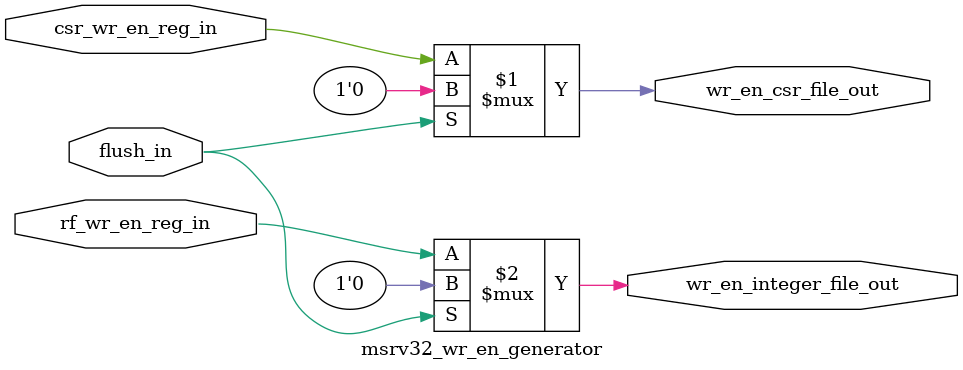
<source format=v>
module msrv32_wr_en_generator (
    flush_in,
    rf_wr_en_reg_in,
    csr_wr_en_reg_in,
    wr_en_integer_file_out,
    wr_en_csr_file_out
);

input flush_in;
input rf_wr_en_reg_in;
input csr_wr_en_reg_in;
output wr_en_integer_file_out;
output wr_en_csr_file_out;

assign wr_en_csr_file_out = (flush_in) ? 1'b0 : csr_wr_en_reg_in;
assign wr_en_integer_file_out = (flush_in) ? 1'b0 : rf_wr_en_reg_in;
    
endmodule

</source>
